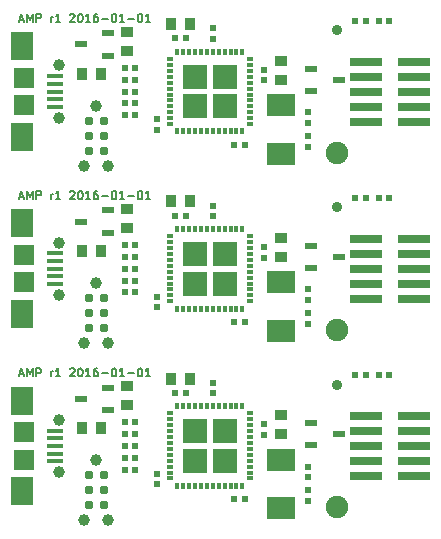
<source format=gts>
G04 #@! TF.FileFunction,Soldermask,Top*
%FSLAX46Y46*%
G04 Gerber Fmt 4.6, Leading zero omitted, Abs format (unit mm)*
G04 Created by KiCad (PCBNEW 0.201512311516+6410~40~ubuntu14.04.1-stable) date Sun 03 Jan 2016 05:14:07 GMT*
%MOMM*%
G01*
G04 APERTURE LIST*
%ADD10C,0.100000*%
%ADD11C,0.150000*%
%ADD12R,0.950000X1.000000*%
%ADD13R,0.550000X0.300000*%
%ADD14R,0.300000X0.550000*%
%ADD15R,2.000000X2.000000*%
%ADD16R,1.000000X0.950000*%
%ADD17R,0.620000X0.620000*%
%ADD18R,1.000000X0.600000*%
%ADD19R,1.350000X0.400000*%
%ADD20C,1.000000*%
%ADD21R,1.800000X1.800000*%
%ADD22R,1.900000X2.440000*%
%ADD23C,0.787000*%
%ADD24R,2.400000X1.900000*%
%ADD25C,0.900000*%
%ADD26C,1.900000*%
%ADD27R,2.790000X0.740000*%
G04 APERTURE END LIST*
D10*
D11*
X107133333Y-79416667D02*
X107466667Y-79416667D01*
X107066667Y-79616667D02*
X107300000Y-78916667D01*
X107533333Y-79616667D01*
X107766667Y-79616667D02*
X107766667Y-78916667D01*
X108000000Y-79416667D01*
X108233333Y-78916667D01*
X108233333Y-79616667D01*
X108566667Y-79616667D02*
X108566667Y-78916667D01*
X108833333Y-78916667D01*
X108900000Y-78950000D01*
X108933333Y-78983333D01*
X108966667Y-79050000D01*
X108966667Y-79150000D01*
X108933333Y-79216667D01*
X108900000Y-79250000D01*
X108833333Y-79283333D01*
X108566667Y-79283333D01*
X109800000Y-79616667D02*
X109800000Y-79150000D01*
X109800000Y-79283333D02*
X109833333Y-79216667D01*
X109866666Y-79183333D01*
X109933333Y-79150000D01*
X110000000Y-79150000D01*
X110599999Y-79616667D02*
X110199999Y-79616667D01*
X110399999Y-79616667D02*
X110399999Y-78916667D01*
X110333333Y-79016667D01*
X110266666Y-79083333D01*
X110199999Y-79116667D01*
X111399999Y-78983333D02*
X111433333Y-78950000D01*
X111499999Y-78916667D01*
X111666666Y-78916667D01*
X111733333Y-78950000D01*
X111766666Y-78983333D01*
X111799999Y-79050000D01*
X111799999Y-79116667D01*
X111766666Y-79216667D01*
X111366666Y-79616667D01*
X111799999Y-79616667D01*
X112233333Y-78916667D02*
X112300000Y-78916667D01*
X112366666Y-78950000D01*
X112400000Y-78983333D01*
X112433333Y-79050000D01*
X112466666Y-79183333D01*
X112466666Y-79350000D01*
X112433333Y-79483333D01*
X112400000Y-79550000D01*
X112366666Y-79583333D01*
X112300000Y-79616667D01*
X112233333Y-79616667D01*
X112166666Y-79583333D01*
X112133333Y-79550000D01*
X112100000Y-79483333D01*
X112066666Y-79350000D01*
X112066666Y-79183333D01*
X112100000Y-79050000D01*
X112133333Y-78983333D01*
X112166666Y-78950000D01*
X112233333Y-78916667D01*
X113133333Y-79616667D02*
X112733333Y-79616667D01*
X112933333Y-79616667D02*
X112933333Y-78916667D01*
X112866667Y-79016667D01*
X112800000Y-79083333D01*
X112733333Y-79116667D01*
X113733334Y-78916667D02*
X113600000Y-78916667D01*
X113533334Y-78950000D01*
X113500000Y-78983333D01*
X113433334Y-79083333D01*
X113400000Y-79216667D01*
X113400000Y-79483333D01*
X113433334Y-79550000D01*
X113466667Y-79583333D01*
X113533334Y-79616667D01*
X113666667Y-79616667D01*
X113733334Y-79583333D01*
X113766667Y-79550000D01*
X113800000Y-79483333D01*
X113800000Y-79316667D01*
X113766667Y-79250000D01*
X113733334Y-79216667D01*
X113666667Y-79183333D01*
X113533334Y-79183333D01*
X113466667Y-79216667D01*
X113433334Y-79250000D01*
X113400000Y-79316667D01*
X114100001Y-79350000D02*
X114633334Y-79350000D01*
X115100001Y-78916667D02*
X115166668Y-78916667D01*
X115233334Y-78950000D01*
X115266668Y-78983333D01*
X115300001Y-79050000D01*
X115333334Y-79183333D01*
X115333334Y-79350000D01*
X115300001Y-79483333D01*
X115266668Y-79550000D01*
X115233334Y-79583333D01*
X115166668Y-79616667D01*
X115100001Y-79616667D01*
X115033334Y-79583333D01*
X115000001Y-79550000D01*
X114966668Y-79483333D01*
X114933334Y-79350000D01*
X114933334Y-79183333D01*
X114966668Y-79050000D01*
X115000001Y-78983333D01*
X115033334Y-78950000D01*
X115100001Y-78916667D01*
X116000001Y-79616667D02*
X115600001Y-79616667D01*
X115800001Y-79616667D02*
X115800001Y-78916667D01*
X115733335Y-79016667D01*
X115666668Y-79083333D01*
X115600001Y-79116667D01*
X116300002Y-79350000D02*
X116833335Y-79350000D01*
X117300002Y-78916667D02*
X117366669Y-78916667D01*
X117433335Y-78950000D01*
X117466669Y-78983333D01*
X117500002Y-79050000D01*
X117533335Y-79183333D01*
X117533335Y-79350000D01*
X117500002Y-79483333D01*
X117466669Y-79550000D01*
X117433335Y-79583333D01*
X117366669Y-79616667D01*
X117300002Y-79616667D01*
X117233335Y-79583333D01*
X117200002Y-79550000D01*
X117166669Y-79483333D01*
X117133335Y-79350000D01*
X117133335Y-79183333D01*
X117166669Y-79050000D01*
X117200002Y-78983333D01*
X117233335Y-78950000D01*
X117300002Y-78916667D01*
X118200002Y-79616667D02*
X117800002Y-79616667D01*
X118000002Y-79616667D02*
X118000002Y-78916667D01*
X117933336Y-79016667D01*
X117866669Y-79083333D01*
X117800002Y-79116667D01*
X107133333Y-94416667D02*
X107466667Y-94416667D01*
X107066667Y-94616667D02*
X107300000Y-93916667D01*
X107533333Y-94616667D01*
X107766667Y-94616667D02*
X107766667Y-93916667D01*
X108000000Y-94416667D01*
X108233333Y-93916667D01*
X108233333Y-94616667D01*
X108566667Y-94616667D02*
X108566667Y-93916667D01*
X108833333Y-93916667D01*
X108900000Y-93950000D01*
X108933333Y-93983333D01*
X108966667Y-94050000D01*
X108966667Y-94150000D01*
X108933333Y-94216667D01*
X108900000Y-94250000D01*
X108833333Y-94283333D01*
X108566667Y-94283333D01*
X109800000Y-94616667D02*
X109800000Y-94150000D01*
X109800000Y-94283333D02*
X109833333Y-94216667D01*
X109866666Y-94183333D01*
X109933333Y-94150000D01*
X110000000Y-94150000D01*
X110599999Y-94616667D02*
X110199999Y-94616667D01*
X110399999Y-94616667D02*
X110399999Y-93916667D01*
X110333333Y-94016667D01*
X110266666Y-94083333D01*
X110199999Y-94116667D01*
X111399999Y-93983333D02*
X111433333Y-93950000D01*
X111499999Y-93916667D01*
X111666666Y-93916667D01*
X111733333Y-93950000D01*
X111766666Y-93983333D01*
X111799999Y-94050000D01*
X111799999Y-94116667D01*
X111766666Y-94216667D01*
X111366666Y-94616667D01*
X111799999Y-94616667D01*
X112233333Y-93916667D02*
X112300000Y-93916667D01*
X112366666Y-93950000D01*
X112400000Y-93983333D01*
X112433333Y-94050000D01*
X112466666Y-94183333D01*
X112466666Y-94350000D01*
X112433333Y-94483333D01*
X112400000Y-94550000D01*
X112366666Y-94583333D01*
X112300000Y-94616667D01*
X112233333Y-94616667D01*
X112166666Y-94583333D01*
X112133333Y-94550000D01*
X112100000Y-94483333D01*
X112066666Y-94350000D01*
X112066666Y-94183333D01*
X112100000Y-94050000D01*
X112133333Y-93983333D01*
X112166666Y-93950000D01*
X112233333Y-93916667D01*
X113133333Y-94616667D02*
X112733333Y-94616667D01*
X112933333Y-94616667D02*
X112933333Y-93916667D01*
X112866667Y-94016667D01*
X112800000Y-94083333D01*
X112733333Y-94116667D01*
X113733334Y-93916667D02*
X113600000Y-93916667D01*
X113533334Y-93950000D01*
X113500000Y-93983333D01*
X113433334Y-94083333D01*
X113400000Y-94216667D01*
X113400000Y-94483333D01*
X113433334Y-94550000D01*
X113466667Y-94583333D01*
X113533334Y-94616667D01*
X113666667Y-94616667D01*
X113733334Y-94583333D01*
X113766667Y-94550000D01*
X113800000Y-94483333D01*
X113800000Y-94316667D01*
X113766667Y-94250000D01*
X113733334Y-94216667D01*
X113666667Y-94183333D01*
X113533334Y-94183333D01*
X113466667Y-94216667D01*
X113433334Y-94250000D01*
X113400000Y-94316667D01*
X114100001Y-94350000D02*
X114633334Y-94350000D01*
X115100001Y-93916667D02*
X115166668Y-93916667D01*
X115233334Y-93950000D01*
X115266668Y-93983333D01*
X115300001Y-94050000D01*
X115333334Y-94183333D01*
X115333334Y-94350000D01*
X115300001Y-94483333D01*
X115266668Y-94550000D01*
X115233334Y-94583333D01*
X115166668Y-94616667D01*
X115100001Y-94616667D01*
X115033334Y-94583333D01*
X115000001Y-94550000D01*
X114966668Y-94483333D01*
X114933334Y-94350000D01*
X114933334Y-94183333D01*
X114966668Y-94050000D01*
X115000001Y-93983333D01*
X115033334Y-93950000D01*
X115100001Y-93916667D01*
X116000001Y-94616667D02*
X115600001Y-94616667D01*
X115800001Y-94616667D02*
X115800001Y-93916667D01*
X115733335Y-94016667D01*
X115666668Y-94083333D01*
X115600001Y-94116667D01*
X116300002Y-94350000D02*
X116833335Y-94350000D01*
X117300002Y-93916667D02*
X117366669Y-93916667D01*
X117433335Y-93950000D01*
X117466669Y-93983333D01*
X117500002Y-94050000D01*
X117533335Y-94183333D01*
X117533335Y-94350000D01*
X117500002Y-94483333D01*
X117466669Y-94550000D01*
X117433335Y-94583333D01*
X117366669Y-94616667D01*
X117300002Y-94616667D01*
X117233335Y-94583333D01*
X117200002Y-94550000D01*
X117166669Y-94483333D01*
X117133335Y-94350000D01*
X117133335Y-94183333D01*
X117166669Y-94050000D01*
X117200002Y-93983333D01*
X117233335Y-93950000D01*
X117300002Y-93916667D01*
X118200002Y-94616667D02*
X117800002Y-94616667D01*
X118000002Y-94616667D02*
X118000002Y-93916667D01*
X117933336Y-94016667D01*
X117866669Y-94083333D01*
X117800002Y-94116667D01*
X107133333Y-109416667D02*
X107466667Y-109416667D01*
X107066667Y-109616667D02*
X107300000Y-108916667D01*
X107533333Y-109616667D01*
X107766667Y-109616667D02*
X107766667Y-108916667D01*
X108000000Y-109416667D01*
X108233333Y-108916667D01*
X108233333Y-109616667D01*
X108566667Y-109616667D02*
X108566667Y-108916667D01*
X108833333Y-108916667D01*
X108900000Y-108950000D01*
X108933333Y-108983333D01*
X108966667Y-109050000D01*
X108966667Y-109150000D01*
X108933333Y-109216667D01*
X108900000Y-109250000D01*
X108833333Y-109283333D01*
X108566667Y-109283333D01*
X109800000Y-109616667D02*
X109800000Y-109150000D01*
X109800000Y-109283333D02*
X109833333Y-109216667D01*
X109866666Y-109183333D01*
X109933333Y-109150000D01*
X110000000Y-109150000D01*
X110599999Y-109616667D02*
X110199999Y-109616667D01*
X110399999Y-109616667D02*
X110399999Y-108916667D01*
X110333333Y-109016667D01*
X110266666Y-109083333D01*
X110199999Y-109116667D01*
X111399999Y-108983333D02*
X111433333Y-108950000D01*
X111499999Y-108916667D01*
X111666666Y-108916667D01*
X111733333Y-108950000D01*
X111766666Y-108983333D01*
X111799999Y-109050000D01*
X111799999Y-109116667D01*
X111766666Y-109216667D01*
X111366666Y-109616667D01*
X111799999Y-109616667D01*
X112233333Y-108916667D02*
X112300000Y-108916667D01*
X112366666Y-108950000D01*
X112400000Y-108983333D01*
X112433333Y-109050000D01*
X112466666Y-109183333D01*
X112466666Y-109350000D01*
X112433333Y-109483333D01*
X112400000Y-109550000D01*
X112366666Y-109583333D01*
X112300000Y-109616667D01*
X112233333Y-109616667D01*
X112166666Y-109583333D01*
X112133333Y-109550000D01*
X112100000Y-109483333D01*
X112066666Y-109350000D01*
X112066666Y-109183333D01*
X112100000Y-109050000D01*
X112133333Y-108983333D01*
X112166666Y-108950000D01*
X112233333Y-108916667D01*
X113133333Y-109616667D02*
X112733333Y-109616667D01*
X112933333Y-109616667D02*
X112933333Y-108916667D01*
X112866667Y-109016667D01*
X112800000Y-109083333D01*
X112733333Y-109116667D01*
X113733334Y-108916667D02*
X113600000Y-108916667D01*
X113533334Y-108950000D01*
X113500000Y-108983333D01*
X113433334Y-109083333D01*
X113400000Y-109216667D01*
X113400000Y-109483333D01*
X113433334Y-109550000D01*
X113466667Y-109583333D01*
X113533334Y-109616667D01*
X113666667Y-109616667D01*
X113733334Y-109583333D01*
X113766667Y-109550000D01*
X113800000Y-109483333D01*
X113800000Y-109316667D01*
X113766667Y-109250000D01*
X113733334Y-109216667D01*
X113666667Y-109183333D01*
X113533334Y-109183333D01*
X113466667Y-109216667D01*
X113433334Y-109250000D01*
X113400000Y-109316667D01*
X114100001Y-109350000D02*
X114633334Y-109350000D01*
X115100001Y-108916667D02*
X115166668Y-108916667D01*
X115233334Y-108950000D01*
X115266668Y-108983333D01*
X115300001Y-109050000D01*
X115333334Y-109183333D01*
X115333334Y-109350000D01*
X115300001Y-109483333D01*
X115266668Y-109550000D01*
X115233334Y-109583333D01*
X115166668Y-109616667D01*
X115100001Y-109616667D01*
X115033334Y-109583333D01*
X115000001Y-109550000D01*
X114966668Y-109483333D01*
X114933334Y-109350000D01*
X114933334Y-109183333D01*
X114966668Y-109050000D01*
X115000001Y-108983333D01*
X115033334Y-108950000D01*
X115100001Y-108916667D01*
X116000001Y-109616667D02*
X115600001Y-109616667D01*
X115800001Y-109616667D02*
X115800001Y-108916667D01*
X115733335Y-109016667D01*
X115666668Y-109083333D01*
X115600001Y-109116667D01*
X116300002Y-109350000D02*
X116833335Y-109350000D01*
X117300002Y-108916667D02*
X117366669Y-108916667D01*
X117433335Y-108950000D01*
X117466669Y-108983333D01*
X117500002Y-109050000D01*
X117533335Y-109183333D01*
X117533335Y-109350000D01*
X117500002Y-109483333D01*
X117466669Y-109550000D01*
X117433335Y-109583333D01*
X117366669Y-109616667D01*
X117300002Y-109616667D01*
X117233335Y-109583333D01*
X117200002Y-109550000D01*
X117166669Y-109483333D01*
X117133335Y-109350000D01*
X117133335Y-109183333D01*
X117166669Y-109050000D01*
X117200002Y-108983333D01*
X117233335Y-108950000D01*
X117300002Y-108916667D01*
X118200002Y-109616667D02*
X117800002Y-109616667D01*
X118000002Y-109616667D02*
X118000002Y-108916667D01*
X117933336Y-109016667D01*
X117866669Y-109083333D01*
X117800002Y-109116667D01*
D12*
X121550000Y-79800000D03*
X119950000Y-79800000D03*
D13*
X126625000Y-88250000D03*
X126625000Y-87750000D03*
X126625000Y-87250000D03*
X126625000Y-86750000D03*
X126625000Y-86250000D03*
X126625000Y-85750000D03*
X126625000Y-85250000D03*
X126625000Y-84750000D03*
X126625000Y-84250000D03*
X126625000Y-83750000D03*
X126625000Y-83250000D03*
X126625000Y-82750000D03*
D14*
X126000000Y-82125000D03*
X125500000Y-82125000D03*
X125000000Y-82125000D03*
X124500000Y-82125000D03*
X124000000Y-82125000D03*
X123500000Y-82125000D03*
X123000000Y-82125000D03*
X122500000Y-82125000D03*
X122000000Y-82125000D03*
X121500000Y-82125000D03*
X121000000Y-82125000D03*
X120500000Y-82125000D03*
D13*
X119875000Y-82750000D03*
X119875000Y-83250000D03*
X119875000Y-83750000D03*
X119875000Y-84250000D03*
X119875000Y-84750000D03*
X119875000Y-85250000D03*
X119875000Y-85750000D03*
X119875000Y-86250000D03*
X119875000Y-86750000D03*
X119875000Y-87250000D03*
X119875000Y-87750000D03*
X119875000Y-88250000D03*
D14*
X120500000Y-88875000D03*
X121000000Y-88875000D03*
X121500000Y-88875000D03*
X122000000Y-88875000D03*
X122500000Y-88875000D03*
X123000000Y-88875000D03*
X123500000Y-88875000D03*
X124000000Y-88875000D03*
X124500000Y-88875000D03*
X125000000Y-88875000D03*
X125500000Y-88875000D03*
X126000000Y-88875000D03*
D15*
X124500000Y-86750000D03*
X124500000Y-84250000D03*
X122000000Y-86750000D03*
X122000000Y-84250000D03*
D16*
X129250000Y-84500000D03*
X129250000Y-82900000D03*
D17*
X121200000Y-81000000D03*
X120300000Y-81000000D03*
X125300000Y-90000000D03*
X126200000Y-90000000D03*
X118750000Y-87850000D03*
X118750000Y-88750000D03*
X127800000Y-84550000D03*
X127800000Y-83650000D03*
X131600000Y-89250000D03*
X131600000Y-90150000D03*
X123500000Y-80150000D03*
X123500000Y-81050000D03*
X131600000Y-88150000D03*
X131600000Y-87250000D03*
D12*
X114050000Y-84000000D03*
X112450000Y-84000000D03*
D18*
X114650000Y-82450000D03*
X114650000Y-80550000D03*
X112350000Y-81500000D03*
D19*
X110175000Y-84200000D03*
X110175000Y-84850000D03*
X110175000Y-85500000D03*
X110175000Y-86150000D03*
X110175000Y-86800000D03*
D20*
X110500000Y-83275000D03*
X110500000Y-87725000D03*
D21*
X107500000Y-84350000D03*
X107500000Y-86650000D03*
D22*
X107320000Y-89340000D03*
X107320000Y-81660000D03*
D23*
X113000000Y-87980000D03*
X114270000Y-87980000D03*
X113000000Y-89250000D03*
X114270000Y-89250000D03*
X113000000Y-90520000D03*
X114270000Y-90520000D03*
D20*
X113635000Y-86710000D03*
X112619000Y-91790000D03*
X114651000Y-91790000D03*
D18*
X131850000Y-83550000D03*
X131850000Y-85450000D03*
X134150000Y-84500000D03*
D17*
X116950000Y-84500000D03*
X116050000Y-84500000D03*
X116050000Y-83500000D03*
X116950000Y-83500000D03*
X116950000Y-87500000D03*
X116050000Y-87500000D03*
X116950000Y-85500000D03*
X116050000Y-85500000D03*
X116950000Y-86500000D03*
X116050000Y-86500000D03*
X137550000Y-79500000D03*
X138450000Y-79500000D03*
X135550000Y-79500000D03*
X136450000Y-79500000D03*
D24*
X129250000Y-90750000D03*
X129250000Y-86650000D03*
D16*
X116250000Y-82050000D03*
X116250000Y-80450000D03*
D25*
X134000000Y-80300000D03*
D26*
X134000000Y-90700000D03*
D27*
X136465000Y-82960000D03*
X140535000Y-82960000D03*
X136465000Y-84230000D03*
X140535000Y-84230000D03*
X136465000Y-85500000D03*
X140535000Y-85500000D03*
X136465000Y-86770000D03*
X140535000Y-86770000D03*
X136465000Y-88040000D03*
X140535000Y-88040000D03*
D12*
X121550000Y-94800000D03*
X119950000Y-94800000D03*
D13*
X126625000Y-103250000D03*
X126625000Y-102750000D03*
X126625000Y-102250000D03*
X126625000Y-101750000D03*
X126625000Y-101250000D03*
X126625000Y-100750000D03*
X126625000Y-100250000D03*
X126625000Y-99750000D03*
X126625000Y-99250000D03*
X126625000Y-98750000D03*
X126625000Y-98250000D03*
X126625000Y-97750000D03*
D14*
X126000000Y-97125000D03*
X125500000Y-97125000D03*
X125000000Y-97125000D03*
X124500000Y-97125000D03*
X124000000Y-97125000D03*
X123500000Y-97125000D03*
X123000000Y-97125000D03*
X122500000Y-97125000D03*
X122000000Y-97125000D03*
X121500000Y-97125000D03*
X121000000Y-97125000D03*
X120500000Y-97125000D03*
D13*
X119875000Y-97750000D03*
X119875000Y-98250000D03*
X119875000Y-98750000D03*
X119875000Y-99250000D03*
X119875000Y-99750000D03*
X119875000Y-100250000D03*
X119875000Y-100750000D03*
X119875000Y-101250000D03*
X119875000Y-101750000D03*
X119875000Y-102250000D03*
X119875000Y-102750000D03*
X119875000Y-103250000D03*
D14*
X120500000Y-103875000D03*
X121000000Y-103875000D03*
X121500000Y-103875000D03*
X122000000Y-103875000D03*
X122500000Y-103875000D03*
X123000000Y-103875000D03*
X123500000Y-103875000D03*
X124000000Y-103875000D03*
X124500000Y-103875000D03*
X125000000Y-103875000D03*
X125500000Y-103875000D03*
X126000000Y-103875000D03*
D15*
X124500000Y-101750000D03*
X124500000Y-99250000D03*
X122000000Y-101750000D03*
X122000000Y-99250000D03*
D16*
X129250000Y-99500000D03*
X129250000Y-97900000D03*
D17*
X121200000Y-96000000D03*
X120300000Y-96000000D03*
X125300000Y-105000000D03*
X126200000Y-105000000D03*
X118750000Y-102850000D03*
X118750000Y-103750000D03*
X127800000Y-99550000D03*
X127800000Y-98650000D03*
X131600000Y-104250000D03*
X131600000Y-105150000D03*
X123500000Y-95150000D03*
X123500000Y-96050000D03*
X131600000Y-103150000D03*
X131600000Y-102250000D03*
D12*
X114050000Y-99000000D03*
X112450000Y-99000000D03*
D18*
X114650000Y-97450000D03*
X114650000Y-95550000D03*
X112350000Y-96500000D03*
D19*
X110175000Y-99200000D03*
X110175000Y-99850000D03*
X110175000Y-100500000D03*
X110175000Y-101150000D03*
X110175000Y-101800000D03*
D20*
X110500000Y-98275000D03*
X110500000Y-102725000D03*
D21*
X107500000Y-99350000D03*
X107500000Y-101650000D03*
D22*
X107320000Y-104340000D03*
X107320000Y-96660000D03*
D23*
X113000000Y-102980000D03*
X114270000Y-102980000D03*
X113000000Y-104250000D03*
X114270000Y-104250000D03*
X113000000Y-105520000D03*
X114270000Y-105520000D03*
D20*
X113635000Y-101710000D03*
X112619000Y-106790000D03*
X114651000Y-106790000D03*
D18*
X131850000Y-98550000D03*
X131850000Y-100450000D03*
X134150000Y-99500000D03*
D17*
X116950000Y-99500000D03*
X116050000Y-99500000D03*
X116050000Y-98500000D03*
X116950000Y-98500000D03*
X116950000Y-102500000D03*
X116050000Y-102500000D03*
X116950000Y-100500000D03*
X116050000Y-100500000D03*
X116950000Y-101500000D03*
X116050000Y-101500000D03*
X137550000Y-94500000D03*
X138450000Y-94500000D03*
X135550000Y-94500000D03*
X136450000Y-94500000D03*
D24*
X129250000Y-105750000D03*
X129250000Y-101650000D03*
D16*
X116250000Y-97050000D03*
X116250000Y-95450000D03*
D25*
X134000000Y-95300000D03*
D26*
X134000000Y-105700000D03*
D27*
X136465000Y-97960000D03*
X140535000Y-97960000D03*
X136465000Y-99230000D03*
X140535000Y-99230000D03*
X136465000Y-100500000D03*
X140535000Y-100500000D03*
X136465000Y-101770000D03*
X140535000Y-101770000D03*
X136465000Y-103040000D03*
X140535000Y-103040000D03*
D12*
X121550000Y-109800000D03*
X119950000Y-109800000D03*
D13*
X126625000Y-118250000D03*
X126625000Y-117750000D03*
X126625000Y-117250000D03*
X126625000Y-116750000D03*
X126625000Y-116250000D03*
X126625000Y-115750000D03*
X126625000Y-115250000D03*
X126625000Y-114750000D03*
X126625000Y-114250000D03*
X126625000Y-113750000D03*
X126625000Y-113250000D03*
X126625000Y-112750000D03*
D14*
X126000000Y-112125000D03*
X125500000Y-112125000D03*
X125000000Y-112125000D03*
X124500000Y-112125000D03*
X124000000Y-112125000D03*
X123500000Y-112125000D03*
X123000000Y-112125000D03*
X122500000Y-112125000D03*
X122000000Y-112125000D03*
X121500000Y-112125000D03*
X121000000Y-112125000D03*
X120500000Y-112125000D03*
D13*
X119875000Y-112750000D03*
X119875000Y-113250000D03*
X119875000Y-113750000D03*
X119875000Y-114250000D03*
X119875000Y-114750000D03*
X119875000Y-115250000D03*
X119875000Y-115750000D03*
X119875000Y-116250000D03*
X119875000Y-116750000D03*
X119875000Y-117250000D03*
X119875000Y-117750000D03*
X119875000Y-118250000D03*
D14*
X120500000Y-118875000D03*
X121000000Y-118875000D03*
X121500000Y-118875000D03*
X122000000Y-118875000D03*
X122500000Y-118875000D03*
X123000000Y-118875000D03*
X123500000Y-118875000D03*
X124000000Y-118875000D03*
X124500000Y-118875000D03*
X125000000Y-118875000D03*
X125500000Y-118875000D03*
X126000000Y-118875000D03*
D15*
X124500000Y-116750000D03*
X124500000Y-114250000D03*
X122000000Y-116750000D03*
X122000000Y-114250000D03*
D16*
X129250000Y-114500000D03*
X129250000Y-112900000D03*
D17*
X121200000Y-111000000D03*
X120300000Y-111000000D03*
X125300000Y-120000000D03*
X126200000Y-120000000D03*
X118750000Y-117850000D03*
X118750000Y-118750000D03*
X127800000Y-114550000D03*
X127800000Y-113650000D03*
X131600000Y-119250000D03*
X131600000Y-120150000D03*
X123500000Y-110150000D03*
X123500000Y-111050000D03*
X131600000Y-118150000D03*
X131600000Y-117250000D03*
D12*
X114050000Y-114000000D03*
X112450000Y-114000000D03*
D18*
X114650000Y-112450000D03*
X114650000Y-110550000D03*
X112350000Y-111500000D03*
D19*
X110175000Y-114200000D03*
X110175000Y-114850000D03*
X110175000Y-115500000D03*
X110175000Y-116150000D03*
X110175000Y-116800000D03*
D20*
X110500000Y-113275000D03*
X110500000Y-117725000D03*
D21*
X107500000Y-114350000D03*
X107500000Y-116650000D03*
D22*
X107320000Y-119340000D03*
X107320000Y-111660000D03*
D23*
X113000000Y-117980000D03*
X114270000Y-117980000D03*
X113000000Y-119250000D03*
X114270000Y-119250000D03*
X113000000Y-120520000D03*
X114270000Y-120520000D03*
D20*
X113635000Y-116710000D03*
X112619000Y-121790000D03*
X114651000Y-121790000D03*
D18*
X131850000Y-113550000D03*
X131850000Y-115450000D03*
X134150000Y-114500000D03*
D17*
X116950000Y-114500000D03*
X116050000Y-114500000D03*
X116050000Y-113500000D03*
X116950000Y-113500000D03*
X116950000Y-117500000D03*
X116050000Y-117500000D03*
X116950000Y-115500000D03*
X116050000Y-115500000D03*
X116950000Y-116500000D03*
X116050000Y-116500000D03*
X137550000Y-109500000D03*
X138450000Y-109500000D03*
X135550000Y-109500000D03*
X136450000Y-109500000D03*
D24*
X129250000Y-120750000D03*
X129250000Y-116650000D03*
D16*
X116250000Y-112050000D03*
X116250000Y-110450000D03*
D25*
X134000000Y-110300000D03*
D26*
X134000000Y-120700000D03*
D27*
X136465000Y-112960000D03*
X140535000Y-112960000D03*
X136465000Y-114230000D03*
X140535000Y-114230000D03*
X136465000Y-115500000D03*
X140535000Y-115500000D03*
X136465000Y-116770000D03*
X140535000Y-116770000D03*
X136465000Y-118040000D03*
X140535000Y-118040000D03*
M02*

</source>
